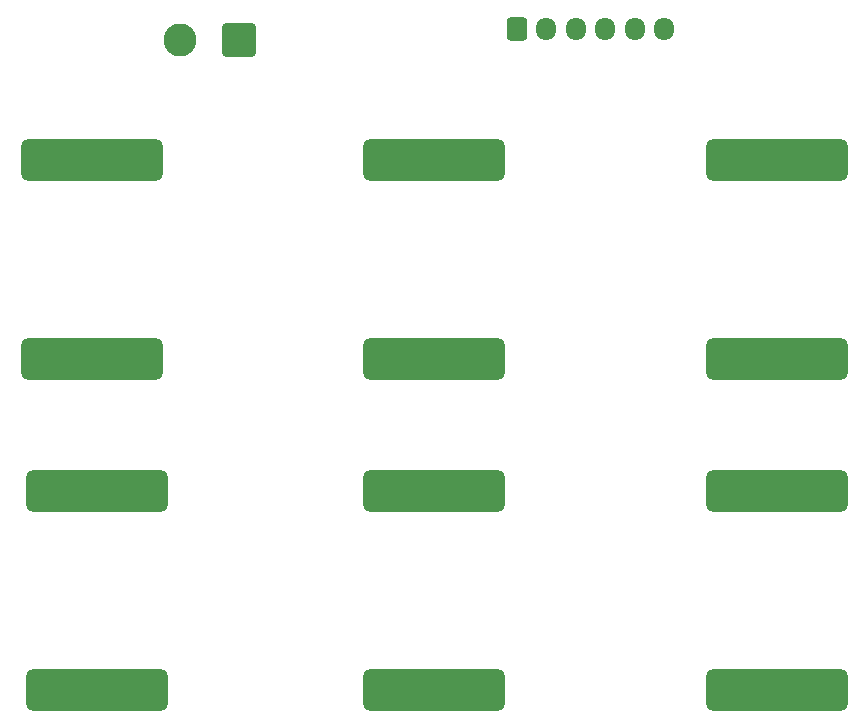
<source format=gbr>
%TF.GenerationSoftware,KiCad,Pcbnew,9.0.3*%
%TF.CreationDate,2026-02-15T20:10:58-06:00*%
%TF.ProjectId,relay board,72656c61-7920-4626-9f61-72642e6b6963,rev?*%
%TF.SameCoordinates,Original*%
%TF.FileFunction,Soldermask,Top*%
%TF.FilePolarity,Negative*%
%FSLAX46Y46*%
G04 Gerber Fmt 4.6, Leading zero omitted, Abs format (unit mm)*
G04 Created by KiCad (PCBNEW 9.0.3) date 2026-02-15 20:10:58*
%MOMM*%
%LPD*%
G01*
G04 APERTURE LIST*
G04 Aperture macros list*
%AMRoundRect*
0 Rectangle with rounded corners*
0 $1 Rounding radius*
0 $2 $3 $4 $5 $6 $7 $8 $9 X,Y pos of 4 corners*
0 Add a 4 corners polygon primitive as box body*
4,1,4,$2,$3,$4,$5,$6,$7,$8,$9,$2,$3,0*
0 Add four circle primitives for the rounded corners*
1,1,$1+$1,$2,$3*
1,1,$1+$1,$4,$5*
1,1,$1+$1,$6,$7*
1,1,$1+$1,$8,$9*
0 Add four rect primitives between the rounded corners*
20,1,$1+$1,$2,$3,$4,$5,0*
20,1,$1+$1,$4,$5,$6,$7,0*
20,1,$1+$1,$6,$7,$8,$9,0*
20,1,$1+$1,$8,$9,$2,$3,0*%
G04 Aperture macros list end*
%ADD10RoundRect,0.250000X-0.600000X-0.725000X0.600000X-0.725000X0.600000X0.725000X-0.600000X0.725000X0*%
%ADD11O,1.700000X1.950000*%
%ADD12RoundRect,0.250001X1.149999X1.149999X-1.149999X1.149999X-1.149999X-1.149999X1.149999X-1.149999X0*%
%ADD13C,2.800000*%
%ADD14RoundRect,0.525000X-5.475000X-1.225000X5.475000X-1.225000X5.475000X1.225000X-5.475000X1.225000X0*%
G04 APERTURE END LIST*
D10*
%TO.C,J1*%
X168000000Y-21000000D03*
D11*
X170500000Y-21000000D03*
X173000000Y-21000000D03*
X175500000Y-21000000D03*
X178000000Y-21000000D03*
X180500000Y-21000000D03*
%TD*%
D12*
%TO.C,J2*%
X144500000Y-22000000D03*
D13*
X139500000Y-22000000D03*
%TD*%
D14*
%TO.C,K2*%
X132500000Y-77000000D03*
X132500000Y-60125000D03*
%TD*%
%TO.C,K4*%
X161000000Y-77000000D03*
X161000000Y-60125000D03*
%TD*%
%TO.C,K1*%
X132000000Y-49000000D03*
X132000000Y-32125000D03*
%TD*%
%TO.C,K3*%
X161000000Y-49000000D03*
X161000000Y-32125000D03*
%TD*%
%TO.C,K5*%
X190000000Y-77000000D03*
X190000000Y-60125000D03*
%TD*%
%TO.C,K6*%
X190000000Y-49000000D03*
X190000000Y-32125000D03*
%TD*%
M02*

</source>
